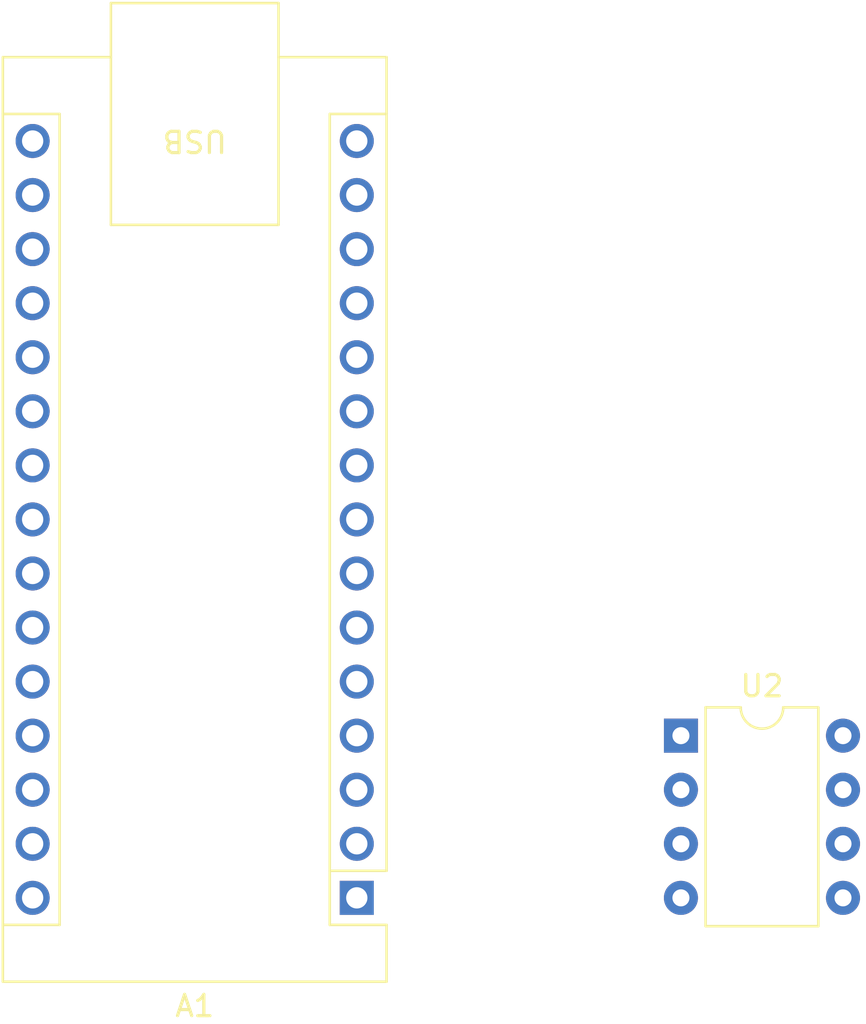
<source format=kicad_pcb>
(kicad_pcb (version 20211014) (generator pcbnew)
  (layers (0 "F.Cu" signal) (31 "B.Cu" signal) (34 "B.Paste" user) (35 "F.Paste" user) (36 "B.SilkS" user "B.Silkscreen") (37 "F.SilkS" user "F.Silkscreen") (38 "B.Mask" user) (39 "F.Mask" user) (44 "Edge.Cuts" user))
  (net 0 "")
  (net 30 "5V")
  (footprint "Module:Arduino_Nano" (layer "F.Cu") (at 134.62 64.135 180)
    (fp_text reference "A1" (at 7.62 -5.08) (layer "F.SilkS"))
    (fp_text value "Arduino_Nano_v2.x")
    (fp_text user "USB" (at 7.62 35.56 180 unlocked) (layer "F.SilkS"))
    (fp_line (start 1.27 -1.27) (end -1.4 -1.27) (layer "F.SilkS") (width 0.12))
    (fp_line (start 13.97 36.83) (end 16.64 36.83) (layer "F.SilkS") (width 0.12))
    (fp_line (start -1.4 -3.94) (end -1.4 -1.27) (layer "F.SilkS") (width 0.12))
    (fp_line (start 1.27 36.83) (end -1.4 36.83) (layer "F.SilkS") (width 0.12))
    (fp_line (start 1.27 1.27) (end 1.27 -1.27) (layer "F.SilkS") (width 0.12))
    (fp_line (start 3.68 42.04) (end 3.68 31.62) (layer "F.SilkS") (width 0.12))
    (fp_line (start 13.97 -1.27) (end 13.97 36.83) (layer "F.SilkS") (width 0.12))
    (fp_line (start -1.4 1.27) (end -1.4 39.5) (layer "F.SilkS") (width 0.12))
    (fp_line (start 11.56 42.04) (end 3.68 42.04) (layer "F.SilkS") (width 0.12))
    (fp_line (start 16.64 39.5) (end 11.56 39.5) (layer "F.SilkS") (width 0.12))
    (fp_line (start 16.64 39.5) (end 16.64 -3.94) (layer "F.SilkS") (width 0.12))
    (fp_line (start 11.56 31.62) (end 11.56 42.04) (layer "F.SilkS") (width 0.12))
    (fp_line (start -1.4 39.5) (end 3.68 39.5) (layer "F.SilkS") (width 0.12))
    (fp_line (start 3.68 31.62) (end 11.56 31.62) (layer "F.SilkS") (width 0.12))
    (fp_line (start 1.27 1.27) (end -1.4 1.27) (layer "F.SilkS") (width 0.12))
    (fp_line (start 16.64 -3.94) (end -1.4 -3.94) (layer "F.SilkS") (width 0.12))
    (fp_line (start 13.97 -1.27) (end 16.64 -1.27) (layer "F.SilkS") (width 0.12))
    (fp_line (start 1.27 1.27) (end 1.27 36.83) (layer "F.SilkS") (width 0.12))
    (pad "1" thru_hole rect (at 0 0 180) (size 1.6 1.6) (drill 1) (layers *.Cu *.Mask))
    (pad "2" thru_hole oval (at 0 2.54 180) (size 1.6 1.6) (drill 1) (layers *.Cu *.Mask))
    (pad "3" thru_hole oval (at 0 5.08 180) (size 1.6 1.6) (drill 1) (layers *.Cu *.Mask))
    (pad "4" thru_hole oval (at 0 7.62 180) (size 1.6 1.6) (drill 1) (layers *.Cu *.Mask))
    (pad "5" thru_hole oval (at 0 10.16 180) (size 1.6 1.6) (drill 1) (layers *.Cu *.Mask))
    (pad "6" thru_hole oval (at 0 12.7 180) (size 1.6 1.6) (drill 1) (layers *.Cu *.Mask))
    (pad "7" thru_hole oval (at 0 15.24 180) (size 1.6 1.6) (drill 1) (layers *.Cu *.Mask))
    (pad "8" thru_hole oval (at 0 17.78 180) (size 1.6 1.6) (drill 1) (layers *.Cu *.Mask))
    (pad "9" thru_hole oval (at 0 20.32 180) (size 1.6 1.6) (drill 1) (layers *.Cu *.Mask))
    (pad "10" thru_hole oval (at 0 22.86 180) (size 1.6 1.6) (drill 1) (layers *.Cu *.Mask))
    (pad "11" thru_hole oval (at 0 25.4 180) (size 1.6 1.6) (drill 1) (layers *.Cu *.Mask))
    (pad "12" thru_hole oval (at 0 27.94 180) (size 1.6 1.6) (drill 1) (layers *.Cu *.Mask))
    (pad "13" thru_hole oval (at 0 30.48 180) (size 1.6 1.6) (drill 1) (layers *.Cu *.Mask))
    (pad "14" thru_hole oval (at 0 33.02 180) (size 1.6 1.6) (drill 1) (layers *.Cu *.Mask))
    (pad "15" thru_hole oval (at 0 35.56 180) (size 1.6 1.6) (drill 1) (layers *.Cu *.Mask))
    (pad "16" thru_hole oval (at 15.24 35.56 180) (size 1.6 1.6) (drill 1) (layers *.Cu *.Mask))
    (pad "17" thru_hole oval (at 15.24 33.02 180) (size 1.6 1.6) (drill 1) (layers *.Cu *.Mask))
    (pad "18" thru_hole oval (at 15.24 30.48 180) (size 1.6 1.6) (drill 1) (layers *.Cu *.Mask))
    (pad "19" thru_hole oval (at 15.24 27.94 180) (size 1.6 1.6) (drill 1) (layers *.Cu *.Mask))
    (pad "20" thru_hole oval (at 15.24 25.4 180) (size 1.6 1.6) (drill 1) (layers *.Cu *.Mask))
    (pad "21" thru_hole oval (at 15.24 22.86 180) (size 1.6 1.6) (drill 1) (layers *.Cu *.Mask))
    (pad "22" thru_hole oval (at 15.24 20.32 180) (size 1.6 1.6) (drill 1) (layers *.Cu *.Mask))
    (pad "23" thru_hole oval (at 15.24 17.78 180) (size 1.6 1.6) (drill 1) (layers *.Cu *.Mask))
    (pad "24" thru_hole oval (at 15.24 15.24 180) (size 1.6 1.6) (drill 1) (layers *.Cu *.Mask))
    (pad "25" thru_hole oval (at 15.24 12.7 180) (size 1.6 1.6) (drill 1) (layers *.Cu *.Mask))
    (pad "26" thru_hole oval (at 15.24 10.16 180) (size 1.6 1.6) (drill 1) (layers *.Cu *.Mask))
    (pad "27" thru_hole oval (at 15.24 7.62 180) (size 1.6 1.6) (drill 1) (layers *.Cu *.Mask) (net 30 "5V"))
    (pad "28" thru_hole oval (at 15.24 5.08 180) (size 1.6 1.6) (drill 1) (layers *.Cu *.Mask))
    (pad "29" thru_hole oval (at 15.24 2.54 180) (size 1.6 1.6) (drill 1) (layers *.Cu *.Mask))
    (pad "30" thru_hole oval (at 15.24 0 180) (size 1.6 1.6) (drill 1) (layers *.Cu *.Mask))
  )
  (footprint "Package_DIP:DIP-8_W7.62mm" (layer "F.Cu") (at 149.86 56.515)
    (fp_text reference "U2" (at 3.81 -2.33) (layer "F.SilkS"))
    (fp_text value "MAX487E")
    (fp_line (start 1.16 8.95) (end 6.46 8.95) (layer "F.SilkS") (width 0.12))
    (fp_line (start 1.16 -1.33) (end 1.16 8.95) (layer "F.SilkS") (width 0.12))
    (fp_line (start 2.81 -1.33) (end 1.16 -1.33) (layer "F.SilkS") (width 0.12))
    (fp_line (start 6.46 -1.33) (end 4.81 -1.33) (layer "F.SilkS") (width 0.12))
    (fp_line (start 6.46 8.95) (end 6.46 -1.33) (layer "F.SilkS") (width 0.12))
    (fp_arc (start 4.81 -1.33) (mid 3.81 -0.33) (end 2.81 -1.33) (layer "F.SilkS") (width 0.12))
    (pad "1" thru_hole rect (at 0 0) (size 1.6 1.6) (drill 0.8) (layers *.Cu *.Mask))
    (pad "2" thru_hole oval (at 0 2.54) (size 1.6 1.6) (drill 0.8) (layers *.Cu *.Mask))
    (pad "3" thru_hole oval (at 0 5.08) (size 1.6 1.6) (drill 0.8) (layers *.Cu *.Mask))
    (pad "4" thru_hole oval (at 0 7.62) (size 1.6 1.6) (drill 0.8) (layers *.Cu *.Mask))
    (pad "5" thru_hole oval (at 7.62 7.62) (size 1.6 1.6) (drill 0.8) (layers *.Cu *.Mask))
    (pad "6" thru_hole oval (at 7.62 5.08) (size 1.6 1.6) (drill 0.8) (layers *.Cu *.Mask))
    (pad "7" thru_hole oval (at 7.62 2.54) (size 1.6 1.6) (drill 0.8) (layers *.Cu *.Mask))
    (pad "8" thru_hole oval (at 7.62 0) (size 1.6 1.6) (drill 0.8) (layers *.Cu *.Mask))
  )
)
</source>
